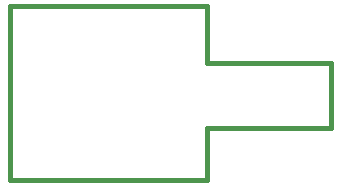
<source format=gko>
G04 Layer: BoardOutlineLayer*
G04 EasyEDA v6.5.40, 2024-04-23 11:12:17*
G04 45372c239a9944829bc47fabed68c66d,2d5800d2cc32464ebd88bb1e24ba3ef2,10*
G04 Gerber Generator version 0.2*
G04 Scale: 100 percent, Rotated: No, Reflected: No *
G04 Dimensions in millimeters *
G04 leading zeros omitted , absolute positions ,4 integer and 5 decimal *
%FSLAX45Y45*%
%MOMM*%

%ADD10C,0.3810*%
D10*
X3009900Y8877300D02*
G01*
X3289300Y8877300D01*
X3289300Y9423400D01*
X2235200Y9423400D01*
X2235200Y9906000D01*
X571500Y9906000D02*
G01*
X1021334Y9906000D01*
X1312163Y9906000D01*
X2235200Y9906000D01*
X571500Y9822942D02*
G01*
X571500Y8432800D01*
X571500Y8432800D02*
G01*
X1021334Y8432800D01*
X1312163Y8432800D01*
X2235200Y8432800D01*
X2235200Y8432800D02*
G01*
X2235200Y8877300D01*
X3009900Y8877300D01*
X3009900Y8877300D01*
X571500Y9906000D02*
G01*
X571500Y9822967D01*

%LPD*%
M02*

</source>
